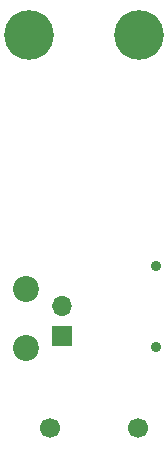
<source format=gbr>
G04 #@! TF.GenerationSoftware,KiCad,Pcbnew,(5.0-dev-4115-gdd04bcb)*
G04 #@! TF.CreationDate,2018-04-04T01:45:51-07:00*
G04 #@! TF.ProjectId,PCB-Condenser-Microphone,5043422D436F6E64656E7365722D4D69,1*
G04 #@! TF.SameCoordinates,Original*
G04 #@! TF.FileFunction,Soldermask,Bot*
G04 #@! TF.FilePolarity,Negative*
%FSLAX46Y46*%
G04 Gerber Fmt 4.6, Leading zero omitted, Abs format (unit mm)*
G04 Created by KiCad (PCBNEW (5.0-dev-4115-gdd04bcb)) date Wednesday, April 04, 2018 at 01:45:51 AM*
%MOMM*%
%LPD*%
G01*
G04 APERTURE LIST*
%ADD10C,1.700000*%
%ADD11C,2.200000*%
%ADD12C,0.900000*%
%ADD13O,1.700000X1.700000*%
%ADD14R,1.700000X1.700000*%
%ADD15C,4.200000*%
G04 APERTURE END LIST*
D10*
X123000000Y-84300000D03*
X130500000Y-84300000D03*
D11*
X121000000Y-72500000D03*
X121000000Y-77500000D03*
D12*
X132000000Y-77400000D03*
X132000000Y-70600000D03*
D13*
X124000000Y-73960000D03*
D14*
X124000000Y-76500000D03*
D15*
X130545023Y-50992945D03*
X121227537Y-50992945D03*
M02*

</source>
